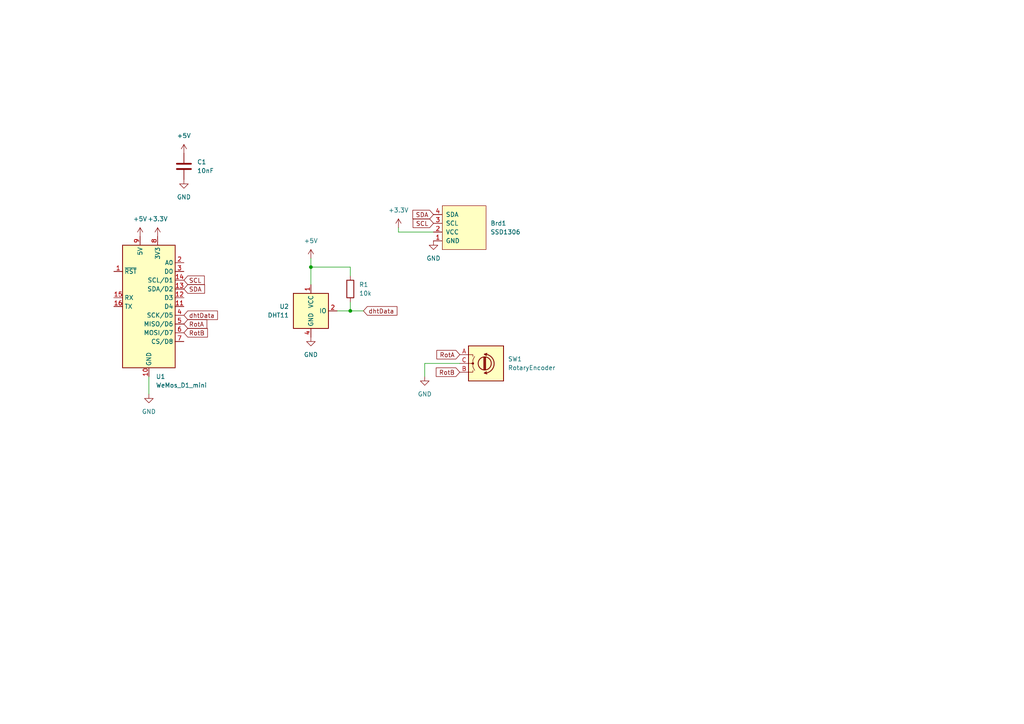
<source format=kicad_sch>
(kicad_sch (version 20211123) (generator eeschema)
  (paper "A4")
  (lib_symbols
    (symbol "Device:C" (pin_numbers hide) (pin_names (offset 0.254))
      (property "Reference" "C" (at 0.635 2.54 0))
      (property "Value" "C" (at 0.635 -2.54 0))
      (symbol "C_0_1"
        (polyline (pts (xy -2.032 -0.762) (xy 2.032 -0.762)) (stroke (width 0.508)))
        (polyline (pts (xy -2.032 0.762) (xy 2.032 0.762)) (stroke (width 0.508)))
      )
      (symbol "C_1_1"
        (pin passive line (at 0 3.81 270) (length 2.794) (name "~") (number "1"))
        (pin passive line (at 0 -3.81 90) (length 2.794) (name "~") (number "2"))
      )
    )
    (symbol "Device:R" (pin_numbers hide) (pin_names (offset 0))
      (property "Reference" "R" (at 2.032 0 90))
      (property "Value" "R" (at 0 0 90))
      (symbol "R_0_1"
        (rectangle (start -1.016 -2.54) (end 1.016 2.54) (stroke (width 0.254)))
      )
      (symbol "R_1_1"
        (pin passive line (at 0 3.81 270) (length 1.27) (name "~") (number "1"))
        (pin passive line (at 0 -3.81 90) (length 1.27) (name "~") (number "2"))
      )
    )
    (symbol "Device:RotaryEncoder" (pin_names (offset 0.254) hide)
      (property "Reference" "SW" (at 0 6.604 0))
      (property "Value" "RotaryEncoder" (at 0 -6.604 0))
      (symbol "RotaryEncoder_0_1"
        (rectangle (start -5.08 5.08) (end 5.08 -5.08) (stroke (width 0.254)) (fill (type background)))
        (circle (center -3.81 0) (radius 0.254) (fill (type outline)))
        (arc (start -0.381 -2.794) (mid 2.3622 -0.0508) (end -0.381 2.667) (stroke (width 0.254)))
        (circle (center -0.381 0) (radius 1.905) (stroke (width 0.254)))
        (polyline (pts (xy -0.635 -1.778) (xy -0.635 1.778)) (stroke (width 0.254)))
        (polyline (pts (xy -0.381 -1.778) (xy -0.381 1.778)) (stroke (width 0.254)))
        (polyline (pts (xy -0.127 1.778) (xy -0.127 -1.778)) (stroke (width 0.254)))
        (polyline (pts (xy -5.08 -2.54) (xy -3.81 -2.54) (xy -3.81 -2.032)))
        (polyline (pts (xy -5.08 2.54) (xy -3.81 2.54) (xy -3.81 2.032)))
        (polyline (pts (xy 0.254 -3.048) (xy -0.508 -2.794) (xy 0.127 -2.413)) (stroke (width 0.254)))
        (polyline (pts (xy 0.254 2.921) (xy -0.508 2.667) (xy 0.127 2.286)) (stroke (width 0.254)))
        (polyline (pts (xy -5.08 0) (xy -3.81 0) (xy -3.81 -1.016) (xy -3.302 -2.032)))
        (polyline (pts (xy -4.318 0) (xy -3.81 0) (xy -3.81 1.016) (xy -3.302 2.032)))
      )
      (symbol "RotaryEncoder_1_1"
        (pin passive line (at -7.62 2.54 0) (length 2.54) (name "A") (number "A"))
        (pin passive line (at -7.62 -2.54 0) (length 2.54) (name "B") (number "B"))
        (pin passive line (at -7.62 0 0) (length 2.54) (name "C") (number "C"))
      )
    )
    (symbol "MCU_Module:WeMos_D1_mini"
      (property "Reference" "U" (at 3.81 19.05 0))
      (property "Value" "WeMos_D1_mini" (at 1.27 -19.05 0))
      (symbol "WeMos_D1_mini_1_1"
        (rectangle (start -7.62 17.78) (end 7.62 -17.78) (stroke (width 0.254)) (fill (type background)))
        (pin input line (at -10.16 10.16 0) (length 2.54) (name "~{RST}") (number "1"))
        (pin power_in line (at 0 -20.32 90) (length 2.54) (name "GND") (number "10"))
        (pin bidirectional line (at 10.16 0 180) (length 2.54) (name "D4") (number "11"))
        (pin bidirectional line (at 10.16 2.54 180) (length 2.54) (name "D3") (number "12"))
        (pin bidirectional line (at 10.16 5.08 180) (length 2.54) (name "SDA/D2") (number "13"))
        (pin bidirectional line (at 10.16 7.62 180) (length 2.54) (name "SCL/D1") (number "14"))
        (pin input line (at -10.16 2.54 0) (length 2.54) (name "RX") (number "15"))
        (pin output line (at -10.16 0 0) (length 2.54) (name "TX") (number "16"))
        (pin input line (at 10.16 12.7 180) (length 2.54) (name "A0") (number "2"))
        (pin bidirectional line (at 10.16 10.16 180) (length 2.54) (name "D0") (number "3"))
        (pin bidirectional line (at 10.16 -2.54 180) (length 2.54) (name "SCK/D5") (number "4"))
        (pin bidirectional line (at 10.16 -5.08 180) (length 2.54) (name "MISO/D6") (number "5"))
        (pin bidirectional line (at 10.16 -7.62 180) (length 2.54) (name "MOSI/D7") (number "6"))
        (pin bidirectional line (at 10.16 -10.16 180) (length 2.54) (name "CS/D8") (number "7"))
        (pin power_out line (at 2.54 20.32 270) (length 2.54) (name "3V3") (number "8"))
        (pin power_in line (at -2.54 20.32 270) (length 2.54) (name "5V") (number "9"))
      )
    )
    (symbol "SSD1306-128x64_OLED:SSD1306" (pin_names (offset 1.016))
      (property "Reference" "Brd" (at 0 -3.81 0))
      (property "Value" "SSD1306" (at 0 -1.27 0))
      (symbol "SSD1306_0_1"
        (rectangle (start -6.35 6.35) (end 6.35 -6.35) (fill (type background)))
      )
      (symbol "SSD1306_1_1"
        (pin input line (at -3.81 8.89 270) (length 2.54) (name "GND") (number "1"))
        (pin input line (at -1.27 8.89 270) (length 2.54) (name "VCC") (number "2"))
        (pin input line (at 1.27 8.89 270) (length 2.54) (name "SCL") (number "3"))
        (pin input line (at 3.81 8.89 270) (length 2.54) (name "SDA") (number "4"))
      )
    )
    (symbol "Sensor:DHT11"
      (property "Reference" "U" (at -3.81 6.35 0))
      (property "Value" "DHT11" (at 3.81 6.35 0))
      (symbol "DHT11_0_1"
        (rectangle (start -5.08 5.08) (end 5.08 -5.08) (stroke (width 0.254)) (fill (type background)))
      )
      (symbol "DHT11_1_1"
        (pin power_in line (at 0 7.62 270) (length 2.54) (name "VCC") (number "1"))
        (pin bidirectional line (at 7.62 0 180) (length 2.54) (name "IO") (number "2"))
        (pin no_connect line (at -5.08 0 0) (length 2.54) hide (name "NC") (number "3"))
        (pin power_in line (at 0 -7.62 90) (length 2.54) (name "GND") (number "4"))
      )
    )
    (symbol "power:+3.3V" (power) (pin_names (offset 0))
      (property "Value" "+3.3V" (at 0 3.556 0))
      (symbol "+3.3V_0_1"
        (polyline (pts (xy -0.762 1.27) (xy 0 2.54)))
        (polyline (pts (xy 0 0) (xy 0 2.54)))
        (polyline (pts (xy 0 2.54) (xy 0.762 1.27)))
      )
      (symbol "+3.3V_1_1"
        (pin power_in line (at 0 0 90) (length 0) hide (name "+3.3V") (number "1"))
      )
    )
    (symbol "power:+5V" (power) (pin_names (offset 0))
      (property "Value" "+5V" (at 0 3.556 0))
      (symbol "+5V_0_1"
        (polyline (pts (xy -0.762 1.27) (xy 0 2.54)))
        (polyline (pts (xy 0 0) (xy 0 2.54)))
        (polyline (pts (xy 0 2.54) (xy 0.762 1.27)))
      )
      (symbol "+5V_1_1"
        (pin power_in line (at 0 0 90) (length 0) hide (name "+5V") (number "1"))
      )
    )
    (symbol "power:GND" (power) (pin_names (offset 0))
      (property "Value" "GND" (at 0 -3.81 0))
      (symbol "GND_0_1"
        (polyline (pts (xy 0 0) (xy 0 -1.27) (xy 1.27 -1.27) (xy 0 -2.54) (xy -1.27 -1.27) (xy 0 -1.27)))
      )
      (symbol "GND_1_1"
        (pin power_in line (at 0 0 270) (length 0) hide (name "GND") (number "1"))
      )
    )
  )
  (junction (at 90.17 77.47))
  (junction (at 101.6 90.17))
  (wire (pts (xy 101.6 87.63) (xy 101.6 90.17)))
  (wire (pts (xy 123.19 105.41) (xy 123.19 109.22)))
  (wire (pts (xy 115.57 67.31) (xy 125.73 67.31)))
  (wire (pts (xy 101.6 77.47) (xy 101.6 80.01)))
  (wire (pts (xy 90.17 74.93) (xy 90.17 77.47)))
  (wire (pts (xy 115.57 66.04) (xy 115.57 67.31)))
  (wire (pts (xy 43.18 109.22) (xy 43.18 114.3)))
  (wire (pts (xy 90.17 77.47) (xy 101.6 77.47)))
  (wire (pts (xy 101.6 90.17) (xy 97.79 90.17)))
  (wire (pts (xy 133.35 105.41) (xy 123.19 105.41)))
  (wire (pts (xy 105.41 90.17) (xy 101.6 90.17)))
  (wire (pts (xy 90.17 77.47) (xy 90.17 82.55)))
  (global_label "RotB" (shape input) (at 133.35 107.95 180) (property "Intersheet References" "${INTERSHEET_REFS}" (effects hide)))
  (global_label "SDA" (shape input) (at 53.34 83.82 0) (property "Intersheet References" "${INTERSHEET_REFS}" (effects hide)))
  (global_label "RotA" (shape input) (at 53.34 93.98 0) (property "Intersheet References" "${INTERSHEET_REFS}" (effects hide)))
  (global_label "SDA" (shape input) (at 125.73 62.23 180) (property "Intersheet References" "${INTERSHEET_REFS}" (effects hide)))
  (global_label "RotB" (shape input) (at 53.34 96.52 0) (property "Intersheet References" "${INTERSHEET_REFS}" (effects hide)))
  (global_label "RotA" (shape input) (at 133.35 102.87 180) (property "Intersheet References" "${INTERSHEET_REFS}" (effects hide)))
  (global_label "dhtData" (shape input) (at 53.34 91.44 0) (property "Intersheet References" "${INTERSHEET_REFS}" (effects hide)))
  (global_label "dhtData" (shape input) (at 105.41 90.17 0) (property "Intersheet References" "${INTERSHEET_REFS}" (effects hide)))
  (global_label "SCL" (shape input) (at 125.73 64.77 180) (property "Intersheet References" "${INTERSHEET_REFS}" (effects hide)))
  (global_label "SCL" (shape input) (at 53.34 81.28 0) (property "Intersheet References" "${INTERSHEET_REFS}" (effects hide)))
  (symbol (lib_id "SSD1306-128x64_OLED:SSD1306") (at 134.62 66.04 90) (unit 1)
    (property "Reference" "Brd1" (at 142.24 64.7699 90) (effects (justify right)))
    (property "Value" "SSD1306" (at 142.24 67.3099 90) (effects (justify right)))
    (property "Footprint" "SSD1306:128x64OLED" (effects hide))
  )
  (symbol (lib_id "power:+5V") (at 40.64 68.58 0) (unit 1)
    (property "Reference" "#PWR01" (effects hide))
    (property "Value" "+5V" (at 40.64 63.5 0))
  )
  (symbol (lib_id "Sensor:DHT11") (at 90.17 90.17 0) (unit 1)
    (property "Reference" "U2" (at 83.82 88.8999 0) (effects (justify right)))
    (property "Value" "DHT11" (at 83.82 91.4399 0) (effects (justify right)))
    (property "Footprint" "Sensor:Aosong_DHT11_5.5x12.0_P2.54mm" (effects hide))
    (property "Datasheet" "http://akizukidenshi.com/download/ds/aosong/DHT11.pdf" (effects hide))
  )
  (symbol (lib_id "power:GND") (at 90.17 97.79 0) (unit 1)
    (property "Reference" "#PWR07" (effects hide))
    (property "Value" "GND" (at 90.17 102.87 0))
  )
  (symbol (lib_id "power:GND") (at 123.19 109.22 0) (unit 1)
    (property "Reference" "#PWR09" (effects hide))
    (property "Value" "GND" (at 123.19 114.3 0))
  )
  (symbol (lib_id "power:+5V") (at 90.17 74.93 0) (unit 1)
    (property "Reference" "#PWR06" (effects hide))
    (property "Value" "+5V" (at 90.17 69.85 0))
  )
  (symbol (lib_id "Device:R") (at 101.6 83.82 0) (unit 1)
    (property "Reference" "R1" (at 104.14 82.5499 0) (effects (justify left)))
    (property "Value" "10k" (at 104.14 85.0899 0) (effects (justify left)))
    (property "Footprint" "Resistor_SMD:R_0805_2012Metric_Pad1.20x1.40mm_HandSolder" (effects hide))
  )
  (symbol (lib_id "Device:C") (at 53.34 48.26 0) (unit 1)
    (property "Reference" "C1" (at 57.15 46.9899 0) (effects (justify left)))
    (property "Value" "10nF" (at 57.15 49.5299 0) (effects (justify left)))
    (property "Footprint" "Capacitor_SMD:C_0805_2012Metric_Pad1.18x1.45mm_HandSolder" (effects hide))
  )
  (symbol (lib_id "power:GND") (at 43.18 114.3 0) (unit 1)
    (property "Reference" "#PWR02" (effects hide))
    (property "Value" "GND" (at 43.18 119.38 0))
  )
  (symbol (lib_id "Device:RotaryEncoder") (at 140.97 105.41 0) (unit 1)
    (property "Reference" "SW1" (at 147.32 104.1399 0) (effects (justify left)))
    (property "Value" "RotaryEncoder" (at 147.32 106.6799 0) (effects (justify left)))
    (property "Footprint" "Rotary_Encoder:RotaryEncoder_Alps_EC11E-Switch_Vertical_H20mm" (effects hide))
  )
  (symbol (lib_id "power:+5V") (at 53.34 44.45 0) (unit 1)
    (property "Reference" "#PWR04" (effects hide))
    (property "Value" "+5V" (at 53.34 39.37 0))
  )
  (symbol (lib_id "power:GND") (at 53.34 52.07 0) (unit 1)
    (property "Reference" "#PWR05" (effects hide))
    (property "Value" "GND" (at 53.34 57.15 0))
  )
  (symbol (lib_id "power:GND") (at 125.73 69.85 0) (unit 1)
    (property "Reference" "#PWR010" (effects hide))
    (property "Value" "GND" (at 125.73 74.93 0))
  )
  (symbol (lib_id "power:+3.3V") (at 115.57 66.04 0) (unit 1)
    (property "Reference" "#PWR08" (effects hide))
    (property "Value" "+3.3V" (at 115.57 60.96 0))
  )
  (symbol (lib_id "MCU_Module:WeMos_D1_mini") (at 43.18 88.9 0) (unit 1)
    (property "Reference" "U1" (at 45.1994 109.22 0) (effects (justify left)))
    (property "Value" "WeMos_D1_mini" (at 45.1994 111.76 0) (effects (justify left)))
    (property "Footprint" "Module:WEMOS_D1_mini_light" (effects hide))
    (property "Datasheet" "https://wiki.wemos.cc/products:d1:d1_mini#documentation" (effects hide))
  )
  (symbol (lib_id "power:+3.3V") (at 45.72 68.58 0) (unit 1)
    (property "Reference" "#PWR03" (effects hide))
    (property "Value" "+3.3V" (at 45.72 63.5 0))
  )
)
</source>
